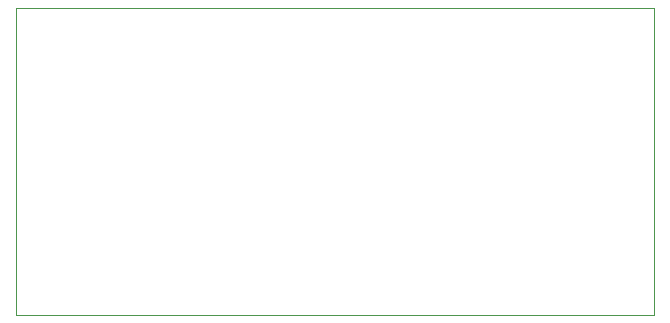
<source format=gm1>
G04 #@! TF.GenerationSoftware,KiCad,Pcbnew,(5.1.6)-1*
G04 #@! TF.CreationDate,2020-10-07T22:12:15+02:00*
G04 #@! TF.ProjectId,PeugeoutTypeCDisplayHack,50657567-656f-4757-9454-797065434469,1*
G04 #@! TF.SameCoordinates,Original*
G04 #@! TF.FileFunction,Profile,NP*
%FSLAX46Y46*%
G04 Gerber Fmt 4.6, Leading zero omitted, Abs format (unit mm)*
G04 Created by KiCad (PCBNEW (5.1.6)-1) date 2020-10-07 22:12:15*
%MOMM*%
%LPD*%
G01*
G04 APERTURE LIST*
G04 #@! TA.AperFunction,Profile*
%ADD10C,0.050000*%
G04 #@! TD*
G04 APERTURE END LIST*
D10*
X100000000Y-125000000D02*
X154000000Y-125000000D01*
X100000000Y-99000000D02*
X100000000Y-125000000D01*
X100000000Y-99000000D02*
X154000000Y-99000000D01*
X154000000Y-99000000D02*
X154000000Y-125000000D01*
M02*

</source>
